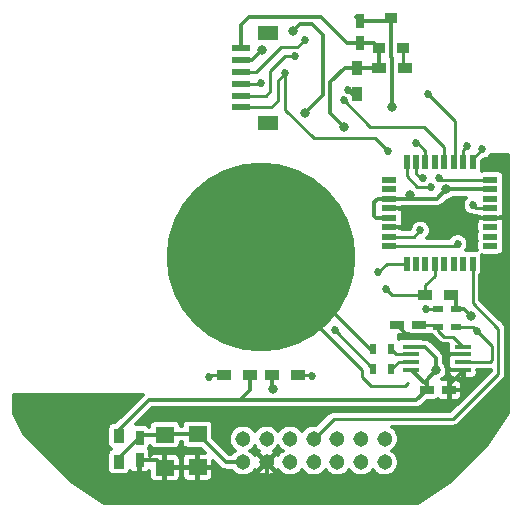
<source format=gbl>
G04 #@! TF.FileFunction,Copper,L2,Bot,Signal*
%FSLAX46Y46*%
G04 Gerber Fmt 4.6, Leading zero omitted, Abs format (unit mm)*
G04 Created by KiCad (PCBNEW 4.0.6) date 08/27/17 11:03:30*
%MOMM*%
%LPD*%
G01*
G04 APERTURE LIST*
%ADD10C,0.100000*%
%ADD11R,1.450000X0.450000*%
%ADD12R,1.270000X0.533400*%
%ADD13R,0.533400X1.270000*%
%ADD14R,1.200000X0.750000*%
%ADD15R,0.900000X1.200000*%
%ADD16C,16.000000*%
%ADD17R,0.998220X0.899160*%
%ADD18R,0.750000X1.200000*%
%ADD19R,1.597660X1.399540*%
%ADD20R,1.200000X0.900000*%
%ADD21R,1.549400X0.599440*%
%ADD22R,1.798320X1.198880*%
%ADD23R,0.500000X0.900000*%
%ADD24R,0.900000X0.500000*%
%ADD25C,1.305560*%
%ADD26C,0.812800*%
%ADD27C,0.685800*%
%ADD28C,0.304800*%
%ADD29C,0.254000*%
G04 APERTURE END LIST*
D10*
D11*
X161223600Y-114622600D03*
X161223600Y-113972600D03*
X161223600Y-113322600D03*
X161223600Y-112672600D03*
X165623600Y-112672600D03*
X165623600Y-113322600D03*
X165623600Y-113972600D03*
X165623600Y-114622600D03*
D12*
X159334200Y-104153080D03*
X159334200Y-103352980D03*
X159334200Y-102552880D03*
X159334200Y-101752780D03*
X159334200Y-100955220D03*
X159334200Y-100155120D03*
X159334200Y-99355020D03*
X159334200Y-98554920D03*
D13*
X160827720Y-97061400D03*
X161627820Y-97061400D03*
X162427920Y-97061400D03*
X163228020Y-97061400D03*
X164025580Y-97061400D03*
X164825680Y-97061400D03*
X165625780Y-97061400D03*
X166425880Y-97061400D03*
D12*
X167916860Y-98554920D03*
X167916860Y-99355020D03*
X167916860Y-100155120D03*
X167916860Y-100955220D03*
X167916860Y-101752780D03*
X167916860Y-102552880D03*
X167916860Y-103352980D03*
X167916860Y-104153080D03*
D13*
X166425880Y-105644060D03*
X165625780Y-105644060D03*
X164825680Y-105644060D03*
X164025580Y-105644060D03*
X163228020Y-105644060D03*
X162427920Y-105644060D03*
X161627820Y-105644060D03*
X160827720Y-105644060D03*
D14*
X161884400Y-110802800D03*
X159984400Y-110802800D03*
D15*
X136474200Y-120218400D03*
X136474200Y-122418400D03*
D16*
X148488400Y-105087800D03*
D15*
X156667200Y-91278000D03*
X156667200Y-89078000D03*
D17*
X160510220Y-87411940D03*
X158513780Y-87411940D03*
X159512000Y-84816060D03*
D18*
X156870400Y-85062400D03*
X156870400Y-86962400D03*
D19*
X143129000Y-120071260D03*
X143129000Y-122870340D03*
X140360400Y-120122060D03*
X140360400Y-122921140D03*
D20*
X162425200Y-108262800D03*
X164625200Y-108262800D03*
X158513600Y-89060400D03*
X160713600Y-89060400D03*
X147607200Y-115070000D03*
X145407200Y-115070000D03*
X151671200Y-115070000D03*
X149471200Y-115070000D03*
D21*
X146839940Y-87409400D03*
X146839940Y-88410160D03*
X146839940Y-89410920D03*
X146839940Y-90409140D03*
X146839940Y-91407360D03*
X146839940Y-92408120D03*
D22*
X149062440Y-86111460D03*
X149062440Y-93708600D03*
D18*
X138226800Y-120368400D03*
X138226800Y-122268400D03*
D14*
X164424400Y-116340000D03*
X162524400Y-116340000D03*
D23*
X159500000Y-114587400D03*
X158000000Y-114587400D03*
X159500000Y-112885600D03*
X158000000Y-112885600D03*
D24*
X163525200Y-109494000D03*
X163525200Y-110994000D03*
X165049200Y-109494000D03*
X165049200Y-110994000D03*
D25*
X146970000Y-120470000D03*
X146970000Y-122468980D03*
X148968980Y-120470000D03*
X148968980Y-122468980D03*
X150967960Y-120470000D03*
X150967960Y-122468980D03*
X152969480Y-120470000D03*
X152969480Y-122468980D03*
X154968460Y-120470000D03*
X154968460Y-122468980D03*
X156969980Y-120470000D03*
X156969980Y-122468980D03*
X158968960Y-120470000D03*
X158968960Y-122468980D03*
D26*
X159613600Y-92362400D03*
X149504400Y-116289200D03*
X148590000Y-87536400D03*
X151231600Y-85961600D03*
X152958800Y-118321200D03*
X166370000Y-101752780D03*
X161874200Y-101227000D03*
X138176000Y-124010800D03*
X139496800Y-118168800D03*
X152247600Y-92870400D03*
X155549600Y-94089600D03*
X166319200Y-110091600D03*
X163322000Y-114663600D03*
X164203380Y-99355020D03*
X161137600Y-99830000D03*
D27*
X159105600Y-107754800D03*
X148488400Y-90330400D03*
X161645600Y-95461200D03*
X162915600Y-99118800D03*
X162001200Y-102827200D03*
X162644000Y-91278000D03*
X155905200Y-90940000D03*
X151384000Y-88044400D03*
X165963600Y-95715200D03*
X167233600Y-95969200D03*
X152196800Y-86672800D03*
X163576000Y-98356800D03*
X159258000Y-96121600D03*
X150571200Y-89517600D03*
X158445200Y-106383200D03*
X166471600Y-100693600D03*
X144068800Y-115273200D03*
X152806400Y-115171600D03*
X166776400Y-111310800D03*
X165150800Y-103944800D03*
X155498800Y-91803600D03*
X162204400Y-98356800D03*
X162458400Y-109482000D03*
X154736800Y-111260000D03*
D28*
X165623600Y-113322600D02*
X164185600Y-113322600D01*
X159512000Y-88146000D02*
X159512000Y-84816060D01*
X159613600Y-88247600D02*
X159512000Y-88146000D01*
X159613600Y-92362400D02*
X159613600Y-88247600D01*
X156870400Y-85062400D02*
X159265660Y-85062400D01*
X159265660Y-85062400D02*
X159512000Y-84816060D01*
X159562800Y-84866860D02*
X159512000Y-84816060D01*
X159512000Y-84816060D02*
X159512000Y-84945600D01*
X159265660Y-85062400D02*
X159512000Y-84816060D01*
X165623600Y-114622600D02*
X164398600Y-114622600D01*
X160898800Y-111717200D02*
X159984400Y-110802800D01*
X162966400Y-111717200D02*
X160898800Y-111717200D01*
X164185600Y-112936400D02*
X162966400Y-111717200D01*
X164185600Y-114409600D02*
X164185600Y-113322600D01*
X164185600Y-113322600D02*
X164185600Y-112936400D01*
X164398600Y-114622600D02*
X164185600Y-114409600D01*
X149471200Y-115070000D02*
X149471200Y-116256000D01*
X149471200Y-116256000D02*
X149504400Y-116289200D01*
X146839940Y-88410160D02*
X147716240Y-88410160D01*
X147716240Y-88410160D02*
X148590000Y-87536400D01*
X151231600Y-85961600D02*
X151841198Y-85352002D01*
X151841198Y-85352002D02*
X152806402Y-85352002D01*
X159334200Y-102552880D02*
X160649920Y-102552880D01*
X160934400Y-102268400D02*
X160934400Y-100955220D01*
X160649920Y-102552880D02*
X160934400Y-102268400D01*
X152806400Y-117965600D02*
X152806400Y-118168800D01*
X152806400Y-118168800D02*
X152958800Y-118321200D01*
D29*
X164424400Y-116340000D02*
X164424400Y-117625200D01*
X164424400Y-117625200D02*
X164084000Y-117965600D01*
D28*
X167916860Y-101752780D02*
X166370000Y-101752780D01*
X166370000Y-101752780D02*
X162399980Y-101752780D01*
X162399980Y-101752780D02*
X161874200Y-101227000D01*
X161602420Y-100955220D02*
X160934400Y-100955220D01*
X160934400Y-100955220D02*
X159334200Y-100955220D01*
X161874200Y-101227000D02*
X161602420Y-100955220D01*
X138226800Y-122268400D02*
X138226800Y-123960000D01*
X138226800Y-123960000D02*
X138176000Y-124010800D01*
X139496800Y-118168800D02*
X139700000Y-117965600D01*
X139700000Y-117965600D02*
X152806400Y-117965600D01*
X152806400Y-117965600D02*
X164084000Y-117965600D01*
X143129000Y-122870340D02*
X144503140Y-122870340D01*
X148968980Y-123327020D02*
X148968980Y-122468980D01*
X148082000Y-124214000D02*
X148968980Y-123327020D01*
X145846800Y-124214000D02*
X148082000Y-124214000D01*
X144503140Y-122870340D02*
X145846800Y-124214000D01*
X140360400Y-122921140D02*
X143078200Y-122921140D01*
X143078200Y-122921140D02*
X143129000Y-122870340D01*
X138226800Y-122268400D02*
X139707660Y-122268400D01*
X139707660Y-122268400D02*
X140360400Y-122921140D01*
D29*
X164424400Y-116340000D02*
X164424400Y-115821800D01*
X164424400Y-115821800D02*
X165623600Y-114622600D01*
D28*
X156550400Y-84742400D02*
X156870400Y-85062400D01*
X152806402Y-85352002D02*
X153771600Y-86317200D01*
X153771600Y-86317200D02*
X153771600Y-91346400D01*
X153771600Y-91346400D02*
X152247600Y-92870400D01*
D29*
X162524400Y-116340000D02*
X162524400Y-115923400D01*
D28*
X162524400Y-115923400D02*
X161223600Y-114622600D01*
X161223600Y-112672600D02*
X162397800Y-112672600D01*
X162397800Y-112672600D02*
X163322000Y-113596800D01*
X163322000Y-113596800D02*
X163322000Y-114663600D01*
X156870400Y-86962400D02*
X158064240Y-86962400D01*
X158064240Y-86962400D02*
X158513780Y-87411940D01*
X147523200Y-84742400D02*
X153568400Y-84742400D01*
X155788400Y-86962400D02*
X156870400Y-86962400D01*
X153568400Y-84742400D02*
X155788400Y-86962400D01*
X146839940Y-85425660D02*
X147523200Y-84742400D01*
X156667200Y-89078000D02*
X155582800Y-89078000D01*
X154381200Y-92921200D02*
X155549600Y-94089600D01*
X154381200Y-90279600D02*
X154381200Y-92921200D01*
X155582800Y-89078000D02*
X154381200Y-90279600D01*
X165721600Y-109494000D02*
X165049200Y-109494000D01*
X166319200Y-110091600D02*
X165721600Y-109494000D01*
X162524400Y-115461200D02*
X162524400Y-116340000D01*
X163322000Y-114663600D02*
X162524400Y-115461200D01*
X165049200Y-109494000D02*
X165049200Y-108686800D01*
X165049200Y-108686800D02*
X164625200Y-108262800D01*
X146839940Y-87409400D02*
X146839940Y-85425660D01*
X158513600Y-89060400D02*
X156684800Y-89060400D01*
X156684800Y-89060400D02*
X156667200Y-89078000D01*
X158513780Y-87411940D02*
X158513780Y-89060220D01*
X158513780Y-89060220D02*
X158513600Y-89060400D01*
X159334200Y-100155120D02*
X163403280Y-100155120D01*
X164203380Y-99355020D02*
X167916860Y-99355020D01*
X163403280Y-100155120D02*
X164203380Y-99355020D01*
X159334200Y-100155120D02*
X160812480Y-100155120D01*
X160812480Y-100155120D02*
X161137600Y-99830000D01*
X159334200Y-101752780D02*
X158234380Y-101752780D01*
X158374080Y-100155120D02*
X159334200Y-100155120D01*
X158089600Y-100439600D02*
X158374080Y-100155120D01*
X158089600Y-101608000D02*
X158089600Y-100439600D01*
X158234380Y-101752780D02*
X158089600Y-101608000D01*
X147607200Y-115070000D02*
X147607200Y-116357600D01*
X147607200Y-116357600D02*
X146761200Y-117203600D01*
X136474200Y-120218400D02*
X136474200Y-119718200D01*
X136474200Y-119718200D02*
X138988800Y-117203600D01*
X161660800Y-117203600D02*
X162524400Y-116340000D01*
X146761200Y-117203600D02*
X161660800Y-117203600D01*
X138988800Y-117203600D02*
X146761200Y-117203600D01*
X136474200Y-120218400D02*
X136474200Y-119870600D01*
D29*
X162425200Y-108262800D02*
X162425200Y-107483200D01*
X163228020Y-106680380D02*
X163228020Y-105644060D01*
X162425200Y-107483200D02*
X163228020Y-106680380D01*
X162425200Y-108262800D02*
X159613600Y-108262800D01*
X159613600Y-108262800D02*
X159105600Y-107754800D01*
X146839940Y-90409140D02*
X148409660Y-90409140D01*
X148409660Y-90409140D02*
X148488400Y-90330400D01*
X161645600Y-95461200D02*
X161798000Y-95461200D01*
X162427920Y-96091120D02*
X162427920Y-97061400D01*
X161798000Y-95461200D02*
X162427920Y-96091120D01*
X160827720Y-98199320D02*
X161747200Y-99118800D01*
X161747200Y-99118800D02*
X162915600Y-99118800D01*
X160827720Y-97061400D02*
X160827720Y-98199320D01*
X159334200Y-103352980D02*
X161475420Y-103352980D01*
X161475420Y-103352980D02*
X162001200Y-102827200D01*
X164896800Y-96990280D02*
X164896800Y-93530800D01*
X162644000Y-91278000D02*
X164896800Y-93530800D01*
X164896800Y-96990280D02*
X164825680Y-97061400D01*
X155905200Y-90940000D02*
X156243200Y-91278000D01*
X156243200Y-91278000D02*
X156667200Y-91278000D01*
X165625780Y-96053020D02*
X165625780Y-97061400D01*
X146839940Y-91407360D02*
X148884640Y-91407360D01*
X150571200Y-88044400D02*
X151384000Y-88044400D01*
X149301200Y-89314400D02*
X150571200Y-88044400D01*
X149301200Y-90990800D02*
X149301200Y-89314400D01*
X148884640Y-91407360D02*
X149301200Y-90990800D01*
X165963600Y-95715200D02*
X165625780Y-96053020D01*
X166425880Y-96776920D02*
X167233600Y-95969200D01*
X166425880Y-96776920D02*
X166425880Y-97061400D01*
X146839940Y-89410920D02*
X148087080Y-89410920D01*
X151587200Y-87282400D02*
X152196800Y-86672800D01*
X150215600Y-87282400D02*
X151587200Y-87282400D01*
X148087080Y-89410920D02*
X150215600Y-87282400D01*
X163774120Y-98554920D02*
X163576000Y-98356800D01*
X167916860Y-98554920D02*
X163774120Y-98554920D01*
X150571200Y-92616400D02*
X150571200Y-89517600D01*
X152958800Y-95004000D02*
X150571200Y-92616400D01*
X158140400Y-95004000D02*
X152958800Y-95004000D01*
X159258000Y-96121600D02*
X158140400Y-95004000D01*
X146839940Y-92408120D02*
X149357080Y-92408120D01*
X149357080Y-92408120D02*
X149910800Y-91854400D01*
X149910800Y-91854400D02*
X149910800Y-90178000D01*
X149910800Y-90178000D02*
X150571200Y-89517600D01*
X160510220Y-87411940D02*
X160510220Y-88857020D01*
X160510220Y-88857020D02*
X160713600Y-89060400D01*
X159184340Y-105644060D02*
X160827720Y-105644060D01*
X158445200Y-106383200D02*
X159184340Y-105644060D01*
X166733220Y-100955220D02*
X167916860Y-100955220D01*
X166471600Y-100693600D02*
X166733220Y-100955220D01*
X145407200Y-115070000D02*
X144272000Y-115070000D01*
X144272000Y-115070000D02*
X144068800Y-115273200D01*
X152704800Y-115070000D02*
X151671200Y-115070000D01*
X152806400Y-115171600D02*
X152704800Y-115070000D01*
X159334200Y-104153080D02*
X164942520Y-104153080D01*
X165150800Y-103944800D02*
X164942520Y-104153080D01*
X165623600Y-113972600D02*
X167873800Y-113972600D01*
X168046400Y-112580800D02*
X166776400Y-111310800D01*
X168046400Y-113800000D02*
X168046400Y-112580800D01*
X167873800Y-113972600D02*
X168046400Y-113800000D01*
X166459600Y-110994000D02*
X165049200Y-110994000D01*
X166776400Y-111310800D02*
X166459600Y-110994000D01*
X164025580Y-97061400D02*
X164025580Y-95758380D01*
X162306000Y-94038800D02*
X158597600Y-94038800D01*
X164025580Y-95758380D02*
X162306000Y-94038800D01*
X157734000Y-94038800D02*
X158597600Y-94038800D01*
X158597600Y-94038800D02*
X158902400Y-94038800D01*
X155498800Y-91803600D02*
X157734000Y-94038800D01*
D28*
X138226800Y-120368400D02*
X138160800Y-120368400D01*
X138160800Y-120368400D02*
X136474200Y-122055000D01*
X136474200Y-122055000D02*
X136474200Y-122418400D01*
X140360400Y-120122060D02*
X138473140Y-120122060D01*
X138473140Y-120122060D02*
X138226800Y-120368400D01*
X143129000Y-120071260D02*
X140411200Y-120071260D01*
X140411200Y-120071260D02*
X140360400Y-120122060D01*
X146970000Y-122468980D02*
X145526720Y-122468980D01*
X145526720Y-122468980D02*
X143129000Y-120071260D01*
D29*
X163525200Y-110994000D02*
X163525200Y-111310800D01*
X164769800Y-111818800D02*
X165623600Y-112672600D01*
X164033200Y-111818800D02*
X164769800Y-111818800D01*
X163525200Y-111310800D02*
X164033200Y-111818800D01*
X161884400Y-110802800D02*
X163334000Y-110802800D01*
X163334000Y-110802800D02*
X163525200Y-110994000D01*
X166425880Y-105644060D02*
X166425880Y-108979080D01*
X154661080Y-118778400D02*
X152969480Y-120470000D01*
X164795200Y-118778400D02*
X154661080Y-118778400D01*
X168605200Y-114968400D02*
X164795200Y-118778400D01*
X168605200Y-111158400D02*
X168605200Y-114968400D01*
X166425880Y-108979080D02*
X168605200Y-111158400D01*
X161627820Y-97983420D02*
X162001200Y-98356800D01*
X162001200Y-98356800D02*
X162204400Y-98356800D01*
X161627820Y-97061400D02*
X161627820Y-97983420D01*
X162470400Y-109494000D02*
X163525200Y-109494000D01*
X162458400Y-109482000D02*
X162470400Y-109494000D01*
X159500000Y-114587400D02*
X159537400Y-114587400D01*
X159537400Y-114587400D02*
X160152200Y-113972600D01*
X160152200Y-113972600D02*
X161223600Y-113972600D01*
X161223600Y-113322600D02*
X159937000Y-113322600D01*
X159937000Y-113322600D02*
X159500000Y-112885600D01*
X158000000Y-114587400D02*
X158000000Y-114523200D01*
X158000000Y-114523200D02*
X154736800Y-111260000D01*
X148488400Y-105087800D02*
X148488400Y-106129200D01*
X148488400Y-106129200D02*
X157022800Y-114663600D01*
X160731200Y-116035200D02*
X160985200Y-115781200D01*
X157784800Y-116035200D02*
X160731200Y-116035200D01*
X157022800Y-115273200D02*
X157784800Y-116035200D01*
X157022800Y-114663600D02*
X157022800Y-115273200D01*
X158000000Y-112885600D02*
X157734000Y-112885600D01*
X157734000Y-112885600D02*
X149936200Y-105087800D01*
X149936200Y-105087800D02*
X148488400Y-105087800D01*
D28*
G36*
X169392700Y-118319391D02*
X167528299Y-121115993D01*
X164613493Y-124030799D01*
X161816892Y-125895200D01*
X135185309Y-125895200D01*
X132388707Y-124030799D01*
X128501117Y-120143209D01*
X127609500Y-118359975D01*
X127609500Y-116746400D01*
X138476132Y-116746400D01*
X136140112Y-119082420D01*
X136024200Y-119082420D01*
X135939258Y-119089194D01*
X135795188Y-119133810D01*
X135669251Y-119216796D01*
X135571419Y-119331583D01*
X135509440Y-119469080D01*
X135488220Y-119618400D01*
X135488220Y-120818400D01*
X135494994Y-120903342D01*
X135539610Y-121047412D01*
X135622596Y-121173349D01*
X135737383Y-121271181D01*
X135843281Y-121318916D01*
X135795188Y-121333810D01*
X135669251Y-121416796D01*
X135571419Y-121531583D01*
X135509440Y-121669080D01*
X135488220Y-121818400D01*
X135488220Y-123018400D01*
X135494994Y-123103342D01*
X135539610Y-123247412D01*
X135622596Y-123373349D01*
X135737383Y-123471181D01*
X135874880Y-123533160D01*
X136024200Y-123554380D01*
X136924200Y-123554380D01*
X137009142Y-123547606D01*
X137153212Y-123502990D01*
X137279149Y-123420004D01*
X137376981Y-123305217D01*
X137427408Y-123193347D01*
X137437481Y-123208422D01*
X137511777Y-123282719D01*
X137599140Y-123341093D01*
X137696213Y-123381302D01*
X137799264Y-123401800D01*
X138055350Y-123401800D01*
X138188700Y-123268450D01*
X138188700Y-122306500D01*
X138168700Y-122306500D01*
X138168700Y-122230300D01*
X138188700Y-122230300D01*
X138188700Y-122210300D01*
X138264900Y-122210300D01*
X138264900Y-122230300D01*
X138284900Y-122230300D01*
X138284900Y-122306500D01*
X138264900Y-122306500D01*
X138264900Y-123268450D01*
X138398250Y-123401800D01*
X138654336Y-123401800D01*
X138757387Y-123381302D01*
X138854460Y-123341093D01*
X138941823Y-123282719D01*
X139016119Y-123208422D01*
X139028170Y-123190386D01*
X139028170Y-123673446D01*
X139048668Y-123776497D01*
X139088877Y-123873570D01*
X139147251Y-123960933D01*
X139221548Y-124035229D01*
X139308911Y-124093603D01*
X139405983Y-124133812D01*
X139509035Y-124154310D01*
X140188950Y-124154310D01*
X140322300Y-124020960D01*
X140322300Y-122959240D01*
X140398500Y-122959240D01*
X140398500Y-124020960D01*
X140531850Y-124154310D01*
X141211765Y-124154310D01*
X141314817Y-124133812D01*
X141411889Y-124093603D01*
X141499252Y-124035229D01*
X141573549Y-123960933D01*
X141631923Y-123873570D01*
X141672132Y-123776497D01*
X141692630Y-123673446D01*
X141692630Y-123092590D01*
X141641830Y-123041790D01*
X141796770Y-123041790D01*
X141796770Y-123622646D01*
X141817268Y-123725697D01*
X141857477Y-123822770D01*
X141915851Y-123910133D01*
X141990148Y-123984429D01*
X142077511Y-124042803D01*
X142174583Y-124083012D01*
X142277635Y-124103510D01*
X142957550Y-124103510D01*
X143090900Y-123970160D01*
X143090900Y-122908440D01*
X143167100Y-122908440D01*
X143167100Y-123970160D01*
X143300450Y-124103510D01*
X143980365Y-124103510D01*
X144083417Y-124083012D01*
X144180489Y-124042803D01*
X144267852Y-123984429D01*
X144342149Y-123910133D01*
X144400523Y-123822770D01*
X144440732Y-123725697D01*
X144461230Y-123622646D01*
X144461230Y-123041790D01*
X144327880Y-122908440D01*
X143167100Y-122908440D01*
X143090900Y-122908440D01*
X141930120Y-122908440D01*
X141796770Y-123041790D01*
X141641830Y-123041790D01*
X141559280Y-122959240D01*
X140398500Y-122959240D01*
X140322300Y-122959240D01*
X140302300Y-122959240D01*
X140302300Y-122883040D01*
X140322300Y-122883040D01*
X140322300Y-121821320D01*
X140398500Y-121821320D01*
X140398500Y-122883040D01*
X141559280Y-122883040D01*
X141692630Y-122749690D01*
X141692630Y-122168834D01*
X141682526Y-122118034D01*
X141796770Y-122118034D01*
X141796770Y-122698890D01*
X141930120Y-122832240D01*
X143090900Y-122832240D01*
X143090900Y-121770520D01*
X142957550Y-121637170D01*
X142277635Y-121637170D01*
X142174583Y-121657668D01*
X142077511Y-121697877D01*
X141990148Y-121756251D01*
X141915851Y-121830547D01*
X141857477Y-121917910D01*
X141817268Y-122014983D01*
X141796770Y-122118034D01*
X141682526Y-122118034D01*
X141672132Y-122065783D01*
X141631923Y-121968710D01*
X141573549Y-121881347D01*
X141499252Y-121807051D01*
X141411889Y-121748677D01*
X141314817Y-121708468D01*
X141211765Y-121687970D01*
X140531850Y-121687970D01*
X140398500Y-121821320D01*
X140322300Y-121821320D01*
X140188950Y-121687970D01*
X139509035Y-121687970D01*
X139405983Y-121708468D01*
X139308911Y-121748677D01*
X139221548Y-121807051D01*
X139147251Y-121881347D01*
X139135200Y-121899383D01*
X139135200Y-121615865D01*
X139114702Y-121512813D01*
X139074493Y-121415741D01*
X139016119Y-121328378D01*
X139003220Y-121315479D01*
X139054581Y-121255217D01*
X139116560Y-121117720D01*
X139117356Y-121112116D01*
X139159966Y-121176779D01*
X139274753Y-121274611D01*
X139412250Y-121336590D01*
X139561570Y-121357810D01*
X141159230Y-121357810D01*
X141244172Y-121351036D01*
X141388242Y-121306420D01*
X141514179Y-121223434D01*
X141612011Y-121108647D01*
X141673990Y-120971150D01*
X141695210Y-120821830D01*
X141695210Y-120757060D01*
X141794190Y-120757060D01*
X141794190Y-120771030D01*
X141800964Y-120855972D01*
X141845580Y-121000042D01*
X141928566Y-121125979D01*
X142043353Y-121223811D01*
X142180850Y-121285790D01*
X142330170Y-121307010D01*
X143394882Y-121307010D01*
X143725042Y-121637170D01*
X143300450Y-121637170D01*
X143167100Y-121770520D01*
X143167100Y-122832240D01*
X144327880Y-122832240D01*
X144461230Y-122698890D01*
X144461230Y-122373358D01*
X145041786Y-122953914D01*
X145090769Y-122994149D01*
X145139266Y-123034843D01*
X145142425Y-123036580D01*
X145145212Y-123038869D01*
X145201076Y-123068823D01*
X145256555Y-123099323D01*
X145259989Y-123100412D01*
X145263170Y-123102118D01*
X145323756Y-123120641D01*
X145384134Y-123139794D01*
X145387720Y-123140196D01*
X145391167Y-123141250D01*
X145454190Y-123147652D01*
X145517145Y-123154713D01*
X145524191Y-123154762D01*
X145524326Y-123154776D01*
X145524452Y-123154764D01*
X145526720Y-123154780D01*
X146000741Y-123154780D01*
X146035901Y-123209338D01*
X146197494Y-123376672D01*
X146388511Y-123509432D01*
X146601677Y-123602562D01*
X146828872Y-123652514D01*
X147061443Y-123657386D01*
X147290531Y-123616992D01*
X147507410Y-123532870D01*
X147703819Y-123408225D01*
X147872277Y-123247804D01*
X147874990Y-123243957D01*
X148247885Y-123243957D01*
X148299569Y-123455165D01*
X148504827Y-123566811D01*
X148727922Y-123636269D01*
X148960280Y-123660869D01*
X149192974Y-123639664D01*
X149417059Y-123573470D01*
X149623924Y-123464832D01*
X149638391Y-123455165D01*
X149690075Y-123243957D01*
X148968980Y-122522862D01*
X148247885Y-123243957D01*
X147874990Y-123243957D01*
X147967383Y-123112984D01*
X147973128Y-123123924D01*
X147982795Y-123138391D01*
X148194003Y-123190075D01*
X148915098Y-122468980D01*
X148194003Y-121747885D01*
X147982795Y-121799569D01*
X147967774Y-121827185D01*
X147893671Y-121715652D01*
X147729758Y-121550591D01*
X147609214Y-121469283D01*
X147703819Y-121409245D01*
X147872277Y-121248824D01*
X147970206Y-121110002D01*
X148034881Y-121210358D01*
X148196474Y-121377692D01*
X148325287Y-121467219D01*
X148314036Y-121473128D01*
X148299569Y-121482795D01*
X148247885Y-121694003D01*
X148968980Y-122415098D01*
X149690075Y-121694003D01*
X149638391Y-121482795D01*
X149610666Y-121467714D01*
X149702799Y-121409245D01*
X149871257Y-121248824D01*
X149969186Y-121110002D01*
X150033861Y-121210358D01*
X150195454Y-121377692D01*
X150328226Y-121469971D01*
X150221099Y-121540072D01*
X150054897Y-121702829D01*
X149970874Y-121825541D01*
X149964832Y-121814036D01*
X149955165Y-121799569D01*
X149743957Y-121747885D01*
X149022862Y-122468980D01*
X149743957Y-123190075D01*
X149955165Y-123138391D01*
X149970257Y-123110644D01*
X150033861Y-123209338D01*
X150195454Y-123376672D01*
X150386471Y-123509432D01*
X150599637Y-123602562D01*
X150826832Y-123652514D01*
X151059403Y-123657386D01*
X151288491Y-123616992D01*
X151505370Y-123532870D01*
X151701779Y-123408225D01*
X151870237Y-123247804D01*
X151969493Y-123107100D01*
X152035381Y-123209338D01*
X152196974Y-123376672D01*
X152387991Y-123509432D01*
X152601157Y-123602562D01*
X152828352Y-123652514D01*
X153060923Y-123657386D01*
X153290011Y-123616992D01*
X153506890Y-123532870D01*
X153703299Y-123408225D01*
X153871757Y-123247804D01*
X153969686Y-123108982D01*
X154034361Y-123209338D01*
X154195954Y-123376672D01*
X154386971Y-123509432D01*
X154600137Y-123602562D01*
X154827332Y-123652514D01*
X155059903Y-123657386D01*
X155288991Y-123616992D01*
X155505870Y-123532870D01*
X155702279Y-123408225D01*
X155870737Y-123247804D01*
X155969993Y-123107100D01*
X156035881Y-123209338D01*
X156197474Y-123376672D01*
X156388491Y-123509432D01*
X156601657Y-123602562D01*
X156828852Y-123652514D01*
X157061423Y-123657386D01*
X157290511Y-123616992D01*
X157507390Y-123532870D01*
X157703799Y-123408225D01*
X157872257Y-123247804D01*
X157970186Y-123108982D01*
X158034861Y-123209338D01*
X158196454Y-123376672D01*
X158387471Y-123509432D01*
X158600637Y-123602562D01*
X158827832Y-123652514D01*
X159060403Y-123657386D01*
X159289491Y-123616992D01*
X159506370Y-123532870D01*
X159702779Y-123408225D01*
X159871237Y-123247804D01*
X160005328Y-123057719D01*
X160099943Y-122845208D01*
X160151480Y-122618367D01*
X160155190Y-122352669D01*
X160110007Y-122124478D01*
X160021362Y-121909408D01*
X159892631Y-121715652D01*
X159728718Y-121550591D01*
X159608174Y-121469283D01*
X159702779Y-121409245D01*
X159871237Y-121248824D01*
X160005328Y-121058739D01*
X160099943Y-120846228D01*
X160151480Y-120619387D01*
X160155190Y-120353689D01*
X160110007Y-120125498D01*
X160021362Y-119910428D01*
X159892631Y-119716672D01*
X159728718Y-119551611D01*
X159561470Y-119438800D01*
X164795200Y-119438800D01*
X164855934Y-119432845D01*
X164916682Y-119427530D01*
X164920014Y-119426562D01*
X164923472Y-119426223D01*
X164981876Y-119408590D01*
X165040452Y-119391572D01*
X165043537Y-119389973D01*
X165046859Y-119388970D01*
X165100696Y-119360345D01*
X165154880Y-119332258D01*
X165157595Y-119330091D01*
X165160660Y-119328461D01*
X165207918Y-119289918D01*
X165255608Y-119251848D01*
X165260438Y-119247084D01*
X165260540Y-119247001D01*
X165260618Y-119246907D01*
X165262173Y-119245373D01*
X169072174Y-115435373D01*
X169110899Y-115388228D01*
X169150105Y-115341504D01*
X169151777Y-115338462D01*
X169153982Y-115335778D01*
X169182807Y-115282020D01*
X169212197Y-115228559D01*
X169213247Y-115225248D01*
X169214888Y-115222188D01*
X169232711Y-115163891D01*
X169251169Y-115105705D01*
X169251557Y-115102250D01*
X169252571Y-115098932D01*
X169258732Y-115038283D01*
X169265536Y-114977621D01*
X169265583Y-114970833D01*
X169265596Y-114970706D01*
X169265585Y-114970588D01*
X169265600Y-114968400D01*
X169265600Y-111158400D01*
X169259645Y-111097666D01*
X169254330Y-111036918D01*
X169253362Y-111033586D01*
X169253023Y-111030128D01*
X169235385Y-110971710D01*
X169218372Y-110913149D01*
X169216774Y-110910066D01*
X169215770Y-110906741D01*
X169187135Y-110852886D01*
X169159058Y-110798720D01*
X169156891Y-110796005D01*
X169155261Y-110792940D01*
X169116718Y-110745682D01*
X169078648Y-110697992D01*
X169073884Y-110693162D01*
X169073801Y-110693060D01*
X169073707Y-110692982D01*
X169072173Y-110691427D01*
X167086280Y-108705534D01*
X167086280Y-106635197D01*
X167145361Y-106565877D01*
X167207340Y-106428380D01*
X167228560Y-106279060D01*
X167228560Y-105009060D01*
X167223650Y-104947488D01*
X167281860Y-104955760D01*
X168551860Y-104955760D01*
X168636802Y-104948986D01*
X168780872Y-104904370D01*
X168906809Y-104821384D01*
X169004641Y-104706597D01*
X169066620Y-104569100D01*
X169087840Y-104419780D01*
X169087840Y-103886380D01*
X169081066Y-103801438D01*
X169068004Y-103759260D01*
X169087840Y-103619680D01*
X169087840Y-103086280D01*
X169081066Y-103001338D01*
X169068004Y-102959160D01*
X169087840Y-102819580D01*
X169087840Y-102286180D01*
X169081066Y-102201238D01*
X169067969Y-102158946D01*
X169085260Y-102072016D01*
X169085260Y-101924230D01*
X168951910Y-101790880D01*
X168744351Y-101790880D01*
X168701180Y-101771420D01*
X168586567Y-101755132D01*
X168636802Y-101751126D01*
X168754490Y-101714680D01*
X168951910Y-101714680D01*
X169085260Y-101581330D01*
X169085260Y-101433544D01*
X169069223Y-101352921D01*
X169087840Y-101221920D01*
X169087840Y-100688520D01*
X169081066Y-100603578D01*
X169068004Y-100561400D01*
X169087840Y-100421820D01*
X169087840Y-99888420D01*
X169081066Y-99803478D01*
X169068004Y-99761300D01*
X169087840Y-99621720D01*
X169087840Y-99088320D01*
X169081066Y-99003378D01*
X169068004Y-98961200D01*
X169087840Y-98821620D01*
X169087840Y-98288220D01*
X169081066Y-98203278D01*
X169036450Y-98059208D01*
X168953464Y-97933271D01*
X168838677Y-97835439D01*
X168701180Y-97773460D01*
X168551860Y-97752240D01*
X167281860Y-97752240D01*
X167219923Y-97757179D01*
X167228560Y-97696400D01*
X167228560Y-96908186D01*
X167289839Y-96846908D01*
X167301154Y-96847145D01*
X167470395Y-96817303D01*
X167630616Y-96755158D01*
X167775715Y-96663075D01*
X167900164Y-96544563D01*
X167983519Y-96426400D01*
X169392700Y-96426400D01*
X169392700Y-118319391D01*
X169392700Y-118319391D01*
G37*
X169392700Y-118319391D02*
X167528299Y-121115993D01*
X164613493Y-124030799D01*
X161816892Y-125895200D01*
X135185309Y-125895200D01*
X132388707Y-124030799D01*
X128501117Y-120143209D01*
X127609500Y-118359975D01*
X127609500Y-116746400D01*
X138476132Y-116746400D01*
X136140112Y-119082420D01*
X136024200Y-119082420D01*
X135939258Y-119089194D01*
X135795188Y-119133810D01*
X135669251Y-119216796D01*
X135571419Y-119331583D01*
X135509440Y-119469080D01*
X135488220Y-119618400D01*
X135488220Y-120818400D01*
X135494994Y-120903342D01*
X135539610Y-121047412D01*
X135622596Y-121173349D01*
X135737383Y-121271181D01*
X135843281Y-121318916D01*
X135795188Y-121333810D01*
X135669251Y-121416796D01*
X135571419Y-121531583D01*
X135509440Y-121669080D01*
X135488220Y-121818400D01*
X135488220Y-123018400D01*
X135494994Y-123103342D01*
X135539610Y-123247412D01*
X135622596Y-123373349D01*
X135737383Y-123471181D01*
X135874880Y-123533160D01*
X136024200Y-123554380D01*
X136924200Y-123554380D01*
X137009142Y-123547606D01*
X137153212Y-123502990D01*
X137279149Y-123420004D01*
X137376981Y-123305217D01*
X137427408Y-123193347D01*
X137437481Y-123208422D01*
X137511777Y-123282719D01*
X137599140Y-123341093D01*
X137696213Y-123381302D01*
X137799264Y-123401800D01*
X138055350Y-123401800D01*
X138188700Y-123268450D01*
X138188700Y-122306500D01*
X138168700Y-122306500D01*
X138168700Y-122230300D01*
X138188700Y-122230300D01*
X138188700Y-122210300D01*
X138264900Y-122210300D01*
X138264900Y-122230300D01*
X138284900Y-122230300D01*
X138284900Y-122306500D01*
X138264900Y-122306500D01*
X138264900Y-123268450D01*
X138398250Y-123401800D01*
X138654336Y-123401800D01*
X138757387Y-123381302D01*
X138854460Y-123341093D01*
X138941823Y-123282719D01*
X139016119Y-123208422D01*
X139028170Y-123190386D01*
X139028170Y-123673446D01*
X139048668Y-123776497D01*
X139088877Y-123873570D01*
X139147251Y-123960933D01*
X139221548Y-124035229D01*
X139308911Y-124093603D01*
X139405983Y-124133812D01*
X139509035Y-124154310D01*
X140188950Y-124154310D01*
X140322300Y-124020960D01*
X140322300Y-122959240D01*
X140398500Y-122959240D01*
X140398500Y-124020960D01*
X140531850Y-124154310D01*
X141211765Y-124154310D01*
X141314817Y-124133812D01*
X141411889Y-124093603D01*
X141499252Y-124035229D01*
X141573549Y-123960933D01*
X141631923Y-123873570D01*
X141672132Y-123776497D01*
X141692630Y-123673446D01*
X141692630Y-123092590D01*
X141641830Y-123041790D01*
X141796770Y-123041790D01*
X141796770Y-123622646D01*
X141817268Y-123725697D01*
X141857477Y-123822770D01*
X141915851Y-123910133D01*
X141990148Y-123984429D01*
X142077511Y-124042803D01*
X142174583Y-124083012D01*
X142277635Y-124103510D01*
X142957550Y-124103510D01*
X143090900Y-123970160D01*
X143090900Y-122908440D01*
X143167100Y-122908440D01*
X143167100Y-123970160D01*
X143300450Y-124103510D01*
X143980365Y-124103510D01*
X144083417Y-124083012D01*
X144180489Y-124042803D01*
X144267852Y-123984429D01*
X144342149Y-123910133D01*
X144400523Y-123822770D01*
X144440732Y-123725697D01*
X144461230Y-123622646D01*
X144461230Y-123041790D01*
X144327880Y-122908440D01*
X143167100Y-122908440D01*
X143090900Y-122908440D01*
X141930120Y-122908440D01*
X141796770Y-123041790D01*
X141641830Y-123041790D01*
X141559280Y-122959240D01*
X140398500Y-122959240D01*
X140322300Y-122959240D01*
X140302300Y-122959240D01*
X140302300Y-122883040D01*
X140322300Y-122883040D01*
X140322300Y-121821320D01*
X140398500Y-121821320D01*
X140398500Y-122883040D01*
X141559280Y-122883040D01*
X141692630Y-122749690D01*
X141692630Y-122168834D01*
X141682526Y-122118034D01*
X141796770Y-122118034D01*
X141796770Y-122698890D01*
X141930120Y-122832240D01*
X143090900Y-122832240D01*
X143090900Y-121770520D01*
X142957550Y-121637170D01*
X142277635Y-121637170D01*
X142174583Y-121657668D01*
X142077511Y-121697877D01*
X141990148Y-121756251D01*
X141915851Y-121830547D01*
X141857477Y-121917910D01*
X141817268Y-122014983D01*
X141796770Y-122118034D01*
X141682526Y-122118034D01*
X141672132Y-122065783D01*
X141631923Y-121968710D01*
X141573549Y-121881347D01*
X141499252Y-121807051D01*
X141411889Y-121748677D01*
X141314817Y-121708468D01*
X141211765Y-121687970D01*
X140531850Y-121687970D01*
X140398500Y-121821320D01*
X140322300Y-121821320D01*
X140188950Y-121687970D01*
X139509035Y-121687970D01*
X139405983Y-121708468D01*
X139308911Y-121748677D01*
X139221548Y-121807051D01*
X139147251Y-121881347D01*
X139135200Y-121899383D01*
X139135200Y-121615865D01*
X139114702Y-121512813D01*
X139074493Y-121415741D01*
X139016119Y-121328378D01*
X139003220Y-121315479D01*
X139054581Y-121255217D01*
X139116560Y-121117720D01*
X139117356Y-121112116D01*
X139159966Y-121176779D01*
X139274753Y-121274611D01*
X139412250Y-121336590D01*
X139561570Y-121357810D01*
X141159230Y-121357810D01*
X141244172Y-121351036D01*
X141388242Y-121306420D01*
X141514179Y-121223434D01*
X141612011Y-121108647D01*
X141673990Y-120971150D01*
X141695210Y-120821830D01*
X141695210Y-120757060D01*
X141794190Y-120757060D01*
X141794190Y-120771030D01*
X141800964Y-120855972D01*
X141845580Y-121000042D01*
X141928566Y-121125979D01*
X142043353Y-121223811D01*
X142180850Y-121285790D01*
X142330170Y-121307010D01*
X143394882Y-121307010D01*
X143725042Y-121637170D01*
X143300450Y-121637170D01*
X143167100Y-121770520D01*
X143167100Y-122832240D01*
X144327880Y-122832240D01*
X144461230Y-122698890D01*
X144461230Y-122373358D01*
X145041786Y-122953914D01*
X145090769Y-122994149D01*
X145139266Y-123034843D01*
X145142425Y-123036580D01*
X145145212Y-123038869D01*
X145201076Y-123068823D01*
X145256555Y-123099323D01*
X145259989Y-123100412D01*
X145263170Y-123102118D01*
X145323756Y-123120641D01*
X145384134Y-123139794D01*
X145387720Y-123140196D01*
X145391167Y-123141250D01*
X145454190Y-123147652D01*
X145517145Y-123154713D01*
X145524191Y-123154762D01*
X145524326Y-123154776D01*
X145524452Y-123154764D01*
X145526720Y-123154780D01*
X146000741Y-123154780D01*
X146035901Y-123209338D01*
X146197494Y-123376672D01*
X146388511Y-123509432D01*
X146601677Y-123602562D01*
X146828872Y-123652514D01*
X147061443Y-123657386D01*
X147290531Y-123616992D01*
X147507410Y-123532870D01*
X147703819Y-123408225D01*
X147872277Y-123247804D01*
X147874990Y-123243957D01*
X148247885Y-123243957D01*
X148299569Y-123455165D01*
X148504827Y-123566811D01*
X148727922Y-123636269D01*
X148960280Y-123660869D01*
X149192974Y-123639664D01*
X149417059Y-123573470D01*
X149623924Y-123464832D01*
X149638391Y-123455165D01*
X149690075Y-123243957D01*
X148968980Y-122522862D01*
X148247885Y-123243957D01*
X147874990Y-123243957D01*
X147967383Y-123112984D01*
X147973128Y-123123924D01*
X147982795Y-123138391D01*
X148194003Y-123190075D01*
X148915098Y-122468980D01*
X148194003Y-121747885D01*
X147982795Y-121799569D01*
X147967774Y-121827185D01*
X147893671Y-121715652D01*
X147729758Y-121550591D01*
X147609214Y-121469283D01*
X147703819Y-121409245D01*
X147872277Y-121248824D01*
X147970206Y-121110002D01*
X148034881Y-121210358D01*
X148196474Y-121377692D01*
X148325287Y-121467219D01*
X148314036Y-121473128D01*
X148299569Y-121482795D01*
X148247885Y-121694003D01*
X148968980Y-122415098D01*
X149690075Y-121694003D01*
X149638391Y-121482795D01*
X149610666Y-121467714D01*
X149702799Y-121409245D01*
X149871257Y-121248824D01*
X149969186Y-121110002D01*
X150033861Y-121210358D01*
X150195454Y-121377692D01*
X150328226Y-121469971D01*
X150221099Y-121540072D01*
X150054897Y-121702829D01*
X149970874Y-121825541D01*
X149964832Y-121814036D01*
X149955165Y-121799569D01*
X149743957Y-121747885D01*
X149022862Y-122468980D01*
X149743957Y-123190075D01*
X149955165Y-123138391D01*
X149970257Y-123110644D01*
X150033861Y-123209338D01*
X150195454Y-123376672D01*
X150386471Y-123509432D01*
X150599637Y-123602562D01*
X150826832Y-123652514D01*
X151059403Y-123657386D01*
X151288491Y-123616992D01*
X151505370Y-123532870D01*
X151701779Y-123408225D01*
X151870237Y-123247804D01*
X151969493Y-123107100D01*
X152035381Y-123209338D01*
X152196974Y-123376672D01*
X152387991Y-123509432D01*
X152601157Y-123602562D01*
X152828352Y-123652514D01*
X153060923Y-123657386D01*
X153290011Y-123616992D01*
X153506890Y-123532870D01*
X153703299Y-123408225D01*
X153871757Y-123247804D01*
X153969686Y-123108982D01*
X154034361Y-123209338D01*
X154195954Y-123376672D01*
X154386971Y-123509432D01*
X154600137Y-123602562D01*
X154827332Y-123652514D01*
X155059903Y-123657386D01*
X155288991Y-123616992D01*
X155505870Y-123532870D01*
X155702279Y-123408225D01*
X155870737Y-123247804D01*
X155969993Y-123107100D01*
X156035881Y-123209338D01*
X156197474Y-123376672D01*
X156388491Y-123509432D01*
X156601657Y-123602562D01*
X156828852Y-123652514D01*
X157061423Y-123657386D01*
X157290511Y-123616992D01*
X157507390Y-123532870D01*
X157703799Y-123408225D01*
X157872257Y-123247804D01*
X157970186Y-123108982D01*
X158034861Y-123209338D01*
X158196454Y-123376672D01*
X158387471Y-123509432D01*
X158600637Y-123602562D01*
X158827832Y-123652514D01*
X159060403Y-123657386D01*
X159289491Y-123616992D01*
X159506370Y-123532870D01*
X159702779Y-123408225D01*
X159871237Y-123247804D01*
X160005328Y-123057719D01*
X160099943Y-122845208D01*
X160151480Y-122618367D01*
X160155190Y-122352669D01*
X160110007Y-122124478D01*
X160021362Y-121909408D01*
X159892631Y-121715652D01*
X159728718Y-121550591D01*
X159608174Y-121469283D01*
X159702779Y-121409245D01*
X159871237Y-121248824D01*
X160005328Y-121058739D01*
X160099943Y-120846228D01*
X160151480Y-120619387D01*
X160155190Y-120353689D01*
X160110007Y-120125498D01*
X160021362Y-119910428D01*
X159892631Y-119716672D01*
X159728718Y-119551611D01*
X159561470Y-119438800D01*
X164795200Y-119438800D01*
X164855934Y-119432845D01*
X164916682Y-119427530D01*
X164920014Y-119426562D01*
X164923472Y-119426223D01*
X164981876Y-119408590D01*
X165040452Y-119391572D01*
X165043537Y-119389973D01*
X165046859Y-119388970D01*
X165100696Y-119360345D01*
X165154880Y-119332258D01*
X165157595Y-119330091D01*
X165160660Y-119328461D01*
X165207918Y-119289918D01*
X165255608Y-119251848D01*
X165260438Y-119247084D01*
X165260540Y-119247001D01*
X165260618Y-119246907D01*
X165262173Y-119245373D01*
X169072174Y-115435373D01*
X169110899Y-115388228D01*
X169150105Y-115341504D01*
X169151777Y-115338462D01*
X169153982Y-115335778D01*
X169182807Y-115282020D01*
X169212197Y-115228559D01*
X169213247Y-115225248D01*
X169214888Y-115222188D01*
X169232711Y-115163891D01*
X169251169Y-115105705D01*
X169251557Y-115102250D01*
X169252571Y-115098932D01*
X169258732Y-115038283D01*
X169265536Y-114977621D01*
X169265583Y-114970833D01*
X169265596Y-114970706D01*
X169265585Y-114970588D01*
X169265600Y-114968400D01*
X169265600Y-111158400D01*
X169259645Y-111097666D01*
X169254330Y-111036918D01*
X169253362Y-111033586D01*
X169253023Y-111030128D01*
X169235385Y-110971710D01*
X169218372Y-110913149D01*
X169216774Y-110910066D01*
X169215770Y-110906741D01*
X169187135Y-110852886D01*
X169159058Y-110798720D01*
X169156891Y-110796005D01*
X169155261Y-110792940D01*
X169116718Y-110745682D01*
X169078648Y-110697992D01*
X169073884Y-110693162D01*
X169073801Y-110693060D01*
X169073707Y-110692982D01*
X169072173Y-110691427D01*
X167086280Y-108705534D01*
X167086280Y-106635197D01*
X167145361Y-106565877D01*
X167207340Y-106428380D01*
X167228560Y-106279060D01*
X167228560Y-105009060D01*
X167223650Y-104947488D01*
X167281860Y-104955760D01*
X168551860Y-104955760D01*
X168636802Y-104948986D01*
X168780872Y-104904370D01*
X168906809Y-104821384D01*
X169004641Y-104706597D01*
X169066620Y-104569100D01*
X169087840Y-104419780D01*
X169087840Y-103886380D01*
X169081066Y-103801438D01*
X169068004Y-103759260D01*
X169087840Y-103619680D01*
X169087840Y-103086280D01*
X169081066Y-103001338D01*
X169068004Y-102959160D01*
X169087840Y-102819580D01*
X169087840Y-102286180D01*
X169081066Y-102201238D01*
X169067969Y-102158946D01*
X169085260Y-102072016D01*
X169085260Y-101924230D01*
X168951910Y-101790880D01*
X168744351Y-101790880D01*
X168701180Y-101771420D01*
X168586567Y-101755132D01*
X168636802Y-101751126D01*
X168754490Y-101714680D01*
X168951910Y-101714680D01*
X169085260Y-101581330D01*
X169085260Y-101433544D01*
X169069223Y-101352921D01*
X169087840Y-101221920D01*
X169087840Y-100688520D01*
X169081066Y-100603578D01*
X169068004Y-100561400D01*
X169087840Y-100421820D01*
X169087840Y-99888420D01*
X169081066Y-99803478D01*
X169068004Y-99761300D01*
X169087840Y-99621720D01*
X169087840Y-99088320D01*
X169081066Y-99003378D01*
X169068004Y-98961200D01*
X169087840Y-98821620D01*
X169087840Y-98288220D01*
X169081066Y-98203278D01*
X169036450Y-98059208D01*
X168953464Y-97933271D01*
X168838677Y-97835439D01*
X168701180Y-97773460D01*
X168551860Y-97752240D01*
X167281860Y-97752240D01*
X167219923Y-97757179D01*
X167228560Y-97696400D01*
X167228560Y-96908186D01*
X167289839Y-96846908D01*
X167301154Y-96847145D01*
X167470395Y-96817303D01*
X167630616Y-96755158D01*
X167775715Y-96663075D01*
X167900164Y-96544563D01*
X167983519Y-96426400D01*
X169392700Y-96426400D01*
X169392700Y-118319391D01*
G36*
X160997583Y-111630581D02*
X161135080Y-111692560D01*
X161284400Y-111713780D01*
X162484400Y-111713780D01*
X162569342Y-111707006D01*
X162713412Y-111662390D01*
X162732936Y-111649524D01*
X162788383Y-111696781D01*
X162925880Y-111758760D01*
X163057992Y-111777535D01*
X163058227Y-111777773D01*
X163566226Y-112285773D01*
X163613366Y-112324495D01*
X163660096Y-112363705D01*
X163663138Y-112365377D01*
X163665822Y-112367582D01*
X163719599Y-112396417D01*
X163773041Y-112425797D01*
X163776350Y-112426847D01*
X163779411Y-112428488D01*
X163837735Y-112446320D01*
X163895895Y-112464769D01*
X163899348Y-112465156D01*
X163902667Y-112466171D01*
X163963322Y-112472332D01*
X164023979Y-112479136D01*
X164030767Y-112479183D01*
X164030894Y-112479196D01*
X164031012Y-112479185D01*
X164033200Y-112479200D01*
X164362620Y-112479200D01*
X164362620Y-112897600D01*
X164369394Y-112982542D01*
X164374413Y-112998748D01*
X164365200Y-113045064D01*
X164365200Y-113151150D01*
X164498550Y-113284500D01*
X164534484Y-113284500D01*
X164579174Y-113322588D01*
X164543651Y-113345996D01*
X164531119Y-113360700D01*
X164498550Y-113360700D01*
X164365200Y-113494050D01*
X164365200Y-113600136D01*
X164375918Y-113654022D01*
X164362620Y-113747600D01*
X164362620Y-114197600D01*
X164369394Y-114282542D01*
X164374413Y-114298748D01*
X164365200Y-114345064D01*
X164365200Y-114451150D01*
X164498550Y-114584500D01*
X164534484Y-114584500D01*
X164611783Y-114650381D01*
X164634675Y-114660700D01*
X164498550Y-114660700D01*
X164365200Y-114794050D01*
X164365200Y-114900136D01*
X164385698Y-115003187D01*
X164425907Y-115100260D01*
X164484281Y-115187623D01*
X164558578Y-115261919D01*
X164645941Y-115320293D01*
X164743013Y-115360502D01*
X164846065Y-115381000D01*
X165452150Y-115381000D01*
X165585500Y-115247650D01*
X165585500Y-114733580D01*
X165661700Y-114733580D01*
X165661700Y-115247650D01*
X165795050Y-115381000D01*
X166401135Y-115381000D01*
X166504187Y-115360502D01*
X166601259Y-115320293D01*
X166688622Y-115261919D01*
X166762919Y-115187623D01*
X166821293Y-115100260D01*
X166861502Y-115003187D01*
X166882000Y-114900136D01*
X166882000Y-114794050D01*
X166748652Y-114660702D01*
X166882000Y-114660702D01*
X166882000Y-114633000D01*
X167873800Y-114633000D01*
X167934534Y-114627045D01*
X167944800Y-114626147D01*
X167944800Y-114694853D01*
X164521654Y-118118000D01*
X154661080Y-118118000D01*
X154600391Y-118123951D01*
X154539599Y-118129269D01*
X154536263Y-118130238D01*
X154532808Y-118130577D01*
X154474420Y-118148206D01*
X154415829Y-118165228D01*
X154412746Y-118166826D01*
X154409421Y-118167830D01*
X154355605Y-118196444D01*
X154301400Y-118224541D01*
X154298681Y-118226711D01*
X154295620Y-118228339D01*
X154248420Y-118266835D01*
X154200672Y-118304951D01*
X154195836Y-118309721D01*
X154195740Y-118309799D01*
X154195666Y-118309888D01*
X154194107Y-118311426D01*
X153199319Y-119306215D01*
X153094069Y-119284610D01*
X152861453Y-119282986D01*
X152632952Y-119326575D01*
X152417269Y-119413717D01*
X152222619Y-119541092D01*
X152056417Y-119703849D01*
X151968459Y-119832308D01*
X151891631Y-119716672D01*
X151727718Y-119551611D01*
X151534866Y-119421530D01*
X151320420Y-119331386D01*
X151092549Y-119284610D01*
X150859933Y-119282986D01*
X150631432Y-119326575D01*
X150415749Y-119413717D01*
X150221099Y-119541092D01*
X150054897Y-119703849D01*
X149968228Y-119830425D01*
X149892651Y-119716672D01*
X149728738Y-119551611D01*
X149535886Y-119421530D01*
X149321440Y-119331386D01*
X149093569Y-119284610D01*
X148860953Y-119282986D01*
X148632452Y-119326575D01*
X148416769Y-119413717D01*
X148222119Y-119541092D01*
X148055917Y-119703849D01*
X147969248Y-119830425D01*
X147893671Y-119716672D01*
X147729758Y-119551611D01*
X147536906Y-119421530D01*
X147322460Y-119331386D01*
X147094589Y-119284610D01*
X146861973Y-119282986D01*
X146633472Y-119326575D01*
X146417789Y-119413717D01*
X146223139Y-119541092D01*
X146056937Y-119703849D01*
X145925513Y-119895789D01*
X145833874Y-120109600D01*
X145785509Y-120337138D01*
X145782261Y-120569737D01*
X145824254Y-120798537D01*
X145909888Y-121014824D01*
X146035901Y-121210358D01*
X146197494Y-121377692D01*
X146330266Y-121469971D01*
X146223139Y-121540072D01*
X146056937Y-121702829D01*
X146001920Y-121783180D01*
X145810788Y-121783180D01*
X144463810Y-120436202D01*
X144463810Y-119371490D01*
X144457036Y-119286548D01*
X144412420Y-119142478D01*
X144329434Y-119016541D01*
X144214647Y-118918709D01*
X144077150Y-118856730D01*
X143927830Y-118835510D01*
X142330170Y-118835510D01*
X142245228Y-118842284D01*
X142101158Y-118886900D01*
X141975221Y-118969886D01*
X141877389Y-119084673D01*
X141815410Y-119222170D01*
X141794190Y-119371490D01*
X141794190Y-119385460D01*
X141692273Y-119385460D01*
X141688436Y-119337348D01*
X141643820Y-119193278D01*
X141560834Y-119067341D01*
X141446047Y-118969509D01*
X141308550Y-118907530D01*
X141159230Y-118886310D01*
X139561570Y-118886310D01*
X139476628Y-118893084D01*
X139332558Y-118937700D01*
X139206621Y-119020686D01*
X139108789Y-119135473D01*
X139046810Y-119272970D01*
X139025590Y-119422290D01*
X139025590Y-119436260D01*
X139018434Y-119436260D01*
X139003404Y-119413451D01*
X138888617Y-119315619D01*
X138751120Y-119253640D01*
X138601800Y-119232420D01*
X137929848Y-119232420D01*
X139272868Y-117889400D01*
X161660800Y-117889400D01*
X161723863Y-117883217D01*
X161786954Y-117877697D01*
X161790417Y-117876691D01*
X161794006Y-117876339D01*
X161854691Y-117858017D01*
X161915484Y-117840355D01*
X161918682Y-117838698D01*
X161922138Y-117837654D01*
X161978053Y-117807923D01*
X162034314Y-117778761D01*
X162037137Y-117776507D01*
X162040316Y-117774817D01*
X162089378Y-117734803D01*
X162138916Y-117695257D01*
X162143935Y-117690308D01*
X162144038Y-117690224D01*
X162144117Y-117690128D01*
X162145734Y-117688534D01*
X162583288Y-117250980D01*
X163124400Y-117250980D01*
X163209342Y-117244206D01*
X163353412Y-117199590D01*
X163474716Y-117119657D01*
X163484378Y-117129319D01*
X163571741Y-117187693D01*
X163668813Y-117227902D01*
X163771865Y-117248400D01*
X164252950Y-117248400D01*
X164386300Y-117115050D01*
X164386300Y-116378100D01*
X164462500Y-116378100D01*
X164462500Y-117115050D01*
X164595850Y-117248400D01*
X165076935Y-117248400D01*
X165179987Y-117227902D01*
X165277059Y-117187693D01*
X165364422Y-117129319D01*
X165438719Y-117055023D01*
X165497093Y-116967660D01*
X165537302Y-116870587D01*
X165557800Y-116767536D01*
X165557800Y-116511450D01*
X165424450Y-116378100D01*
X164462500Y-116378100D01*
X164386300Y-116378100D01*
X164366300Y-116378100D01*
X164366300Y-116301900D01*
X164386300Y-116301900D01*
X164386300Y-115564950D01*
X164462500Y-115564950D01*
X164462500Y-116301900D01*
X165424450Y-116301900D01*
X165557800Y-116168550D01*
X165557800Y-115912464D01*
X165537302Y-115809413D01*
X165497093Y-115712340D01*
X165438719Y-115624977D01*
X165364422Y-115550681D01*
X165277059Y-115492307D01*
X165179987Y-115452098D01*
X165076935Y-115431600D01*
X164595850Y-115431600D01*
X164462500Y-115564950D01*
X164386300Y-115564950D01*
X164252950Y-115431600D01*
X163865826Y-115431600D01*
X163903398Y-115407756D01*
X164036866Y-115280656D01*
X164143105Y-115130053D01*
X164218068Y-114961682D01*
X164258901Y-114781958D01*
X164261840Y-114571448D01*
X164226042Y-114390654D01*
X164155809Y-114220256D01*
X164053817Y-114066745D01*
X164007800Y-114020406D01*
X164007800Y-113596800D01*
X164001617Y-113533737D01*
X163996097Y-113470646D01*
X163995091Y-113467183D01*
X163994739Y-113463594D01*
X163976417Y-113402909D01*
X163958755Y-113342116D01*
X163957098Y-113338918D01*
X163956054Y-113335462D01*
X163926323Y-113279547D01*
X163897161Y-113223286D01*
X163894907Y-113220463D01*
X163893217Y-113217284D01*
X163853203Y-113168222D01*
X163813657Y-113118684D01*
X163808708Y-113113665D01*
X163808624Y-113113562D01*
X163808528Y-113113483D01*
X163806934Y-113111866D01*
X162882734Y-112187666D01*
X162833773Y-112147449D01*
X162785254Y-112106737D01*
X162782092Y-112104999D01*
X162779307Y-112102711D01*
X162723465Y-112072768D01*
X162667965Y-112042257D01*
X162664531Y-112041168D01*
X162661350Y-112039462D01*
X162600764Y-112020939D01*
X162540386Y-112001786D01*
X162536800Y-112001384D01*
X162533353Y-112000330D01*
X162470330Y-111993928D01*
X162407375Y-111986867D01*
X162400329Y-111986818D01*
X162400194Y-111986804D01*
X162400068Y-111986816D01*
X162397800Y-111986800D01*
X162217627Y-111986800D01*
X162097920Y-111932840D01*
X161948600Y-111911620D01*
X160498600Y-111911620D01*
X160413658Y-111918394D01*
X160269588Y-111963010D01*
X160223200Y-111993577D01*
X160223200Y-111711200D01*
X160636935Y-111711200D01*
X160739987Y-111690702D01*
X160837059Y-111650493D01*
X160924422Y-111592119D01*
X160937321Y-111579220D01*
X160997583Y-111630581D01*
X160997583Y-111630581D01*
G37*
X160997583Y-111630581D02*
X161135080Y-111692560D01*
X161284400Y-111713780D01*
X162484400Y-111713780D01*
X162569342Y-111707006D01*
X162713412Y-111662390D01*
X162732936Y-111649524D01*
X162788383Y-111696781D01*
X162925880Y-111758760D01*
X163057992Y-111777535D01*
X163058227Y-111777773D01*
X163566226Y-112285773D01*
X163613366Y-112324495D01*
X163660096Y-112363705D01*
X163663138Y-112365377D01*
X163665822Y-112367582D01*
X163719599Y-112396417D01*
X163773041Y-112425797D01*
X163776350Y-112426847D01*
X163779411Y-112428488D01*
X163837735Y-112446320D01*
X163895895Y-112464769D01*
X163899348Y-112465156D01*
X163902667Y-112466171D01*
X163963322Y-112472332D01*
X164023979Y-112479136D01*
X164030767Y-112479183D01*
X164030894Y-112479196D01*
X164031012Y-112479185D01*
X164033200Y-112479200D01*
X164362620Y-112479200D01*
X164362620Y-112897600D01*
X164369394Y-112982542D01*
X164374413Y-112998748D01*
X164365200Y-113045064D01*
X164365200Y-113151150D01*
X164498550Y-113284500D01*
X164534484Y-113284500D01*
X164579174Y-113322588D01*
X164543651Y-113345996D01*
X164531119Y-113360700D01*
X164498550Y-113360700D01*
X164365200Y-113494050D01*
X164365200Y-113600136D01*
X164375918Y-113654022D01*
X164362620Y-113747600D01*
X164362620Y-114197600D01*
X164369394Y-114282542D01*
X164374413Y-114298748D01*
X164365200Y-114345064D01*
X164365200Y-114451150D01*
X164498550Y-114584500D01*
X164534484Y-114584500D01*
X164611783Y-114650381D01*
X164634675Y-114660700D01*
X164498550Y-114660700D01*
X164365200Y-114794050D01*
X164365200Y-114900136D01*
X164385698Y-115003187D01*
X164425907Y-115100260D01*
X164484281Y-115187623D01*
X164558578Y-115261919D01*
X164645941Y-115320293D01*
X164743013Y-115360502D01*
X164846065Y-115381000D01*
X165452150Y-115381000D01*
X165585500Y-115247650D01*
X165585500Y-114733580D01*
X165661700Y-114733580D01*
X165661700Y-115247650D01*
X165795050Y-115381000D01*
X166401135Y-115381000D01*
X166504187Y-115360502D01*
X166601259Y-115320293D01*
X166688622Y-115261919D01*
X166762919Y-115187623D01*
X166821293Y-115100260D01*
X166861502Y-115003187D01*
X166882000Y-114900136D01*
X166882000Y-114794050D01*
X166748652Y-114660702D01*
X166882000Y-114660702D01*
X166882000Y-114633000D01*
X167873800Y-114633000D01*
X167934534Y-114627045D01*
X167944800Y-114626147D01*
X167944800Y-114694853D01*
X164521654Y-118118000D01*
X154661080Y-118118000D01*
X154600391Y-118123951D01*
X154539599Y-118129269D01*
X154536263Y-118130238D01*
X154532808Y-118130577D01*
X154474420Y-118148206D01*
X154415829Y-118165228D01*
X154412746Y-118166826D01*
X154409421Y-118167830D01*
X154355605Y-118196444D01*
X154301400Y-118224541D01*
X154298681Y-118226711D01*
X154295620Y-118228339D01*
X154248420Y-118266835D01*
X154200672Y-118304951D01*
X154195836Y-118309721D01*
X154195740Y-118309799D01*
X154195666Y-118309888D01*
X154194107Y-118311426D01*
X153199319Y-119306215D01*
X153094069Y-119284610D01*
X152861453Y-119282986D01*
X152632952Y-119326575D01*
X152417269Y-119413717D01*
X152222619Y-119541092D01*
X152056417Y-119703849D01*
X151968459Y-119832308D01*
X151891631Y-119716672D01*
X151727718Y-119551611D01*
X151534866Y-119421530D01*
X151320420Y-119331386D01*
X151092549Y-119284610D01*
X150859933Y-119282986D01*
X150631432Y-119326575D01*
X150415749Y-119413717D01*
X150221099Y-119541092D01*
X150054897Y-119703849D01*
X149968228Y-119830425D01*
X149892651Y-119716672D01*
X149728738Y-119551611D01*
X149535886Y-119421530D01*
X149321440Y-119331386D01*
X149093569Y-119284610D01*
X148860953Y-119282986D01*
X148632452Y-119326575D01*
X148416769Y-119413717D01*
X148222119Y-119541092D01*
X148055917Y-119703849D01*
X147969248Y-119830425D01*
X147893671Y-119716672D01*
X147729758Y-119551611D01*
X147536906Y-119421530D01*
X147322460Y-119331386D01*
X147094589Y-119284610D01*
X146861973Y-119282986D01*
X146633472Y-119326575D01*
X146417789Y-119413717D01*
X146223139Y-119541092D01*
X146056937Y-119703849D01*
X145925513Y-119895789D01*
X145833874Y-120109600D01*
X145785509Y-120337138D01*
X145782261Y-120569737D01*
X145824254Y-120798537D01*
X145909888Y-121014824D01*
X146035901Y-121210358D01*
X146197494Y-121377692D01*
X146330266Y-121469971D01*
X146223139Y-121540072D01*
X146056937Y-121702829D01*
X146001920Y-121783180D01*
X145810788Y-121783180D01*
X144463810Y-120436202D01*
X144463810Y-119371490D01*
X144457036Y-119286548D01*
X144412420Y-119142478D01*
X144329434Y-119016541D01*
X144214647Y-118918709D01*
X144077150Y-118856730D01*
X143927830Y-118835510D01*
X142330170Y-118835510D01*
X142245228Y-118842284D01*
X142101158Y-118886900D01*
X141975221Y-118969886D01*
X141877389Y-119084673D01*
X141815410Y-119222170D01*
X141794190Y-119371490D01*
X141794190Y-119385460D01*
X141692273Y-119385460D01*
X141688436Y-119337348D01*
X141643820Y-119193278D01*
X141560834Y-119067341D01*
X141446047Y-118969509D01*
X141308550Y-118907530D01*
X141159230Y-118886310D01*
X139561570Y-118886310D01*
X139476628Y-118893084D01*
X139332558Y-118937700D01*
X139206621Y-119020686D01*
X139108789Y-119135473D01*
X139046810Y-119272970D01*
X139025590Y-119422290D01*
X139025590Y-119436260D01*
X139018434Y-119436260D01*
X139003404Y-119413451D01*
X138888617Y-119315619D01*
X138751120Y-119253640D01*
X138601800Y-119232420D01*
X137929848Y-119232420D01*
X139272868Y-117889400D01*
X161660800Y-117889400D01*
X161723863Y-117883217D01*
X161786954Y-117877697D01*
X161790417Y-117876691D01*
X161794006Y-117876339D01*
X161854691Y-117858017D01*
X161915484Y-117840355D01*
X161918682Y-117838698D01*
X161922138Y-117837654D01*
X161978053Y-117807923D01*
X162034314Y-117778761D01*
X162037137Y-117776507D01*
X162040316Y-117774817D01*
X162089378Y-117734803D01*
X162138916Y-117695257D01*
X162143935Y-117690308D01*
X162144038Y-117690224D01*
X162144117Y-117690128D01*
X162145734Y-117688534D01*
X162583288Y-117250980D01*
X163124400Y-117250980D01*
X163209342Y-117244206D01*
X163353412Y-117199590D01*
X163474716Y-117119657D01*
X163484378Y-117129319D01*
X163571741Y-117187693D01*
X163668813Y-117227902D01*
X163771865Y-117248400D01*
X164252950Y-117248400D01*
X164386300Y-117115050D01*
X164386300Y-116378100D01*
X164462500Y-116378100D01*
X164462500Y-117115050D01*
X164595850Y-117248400D01*
X165076935Y-117248400D01*
X165179987Y-117227902D01*
X165277059Y-117187693D01*
X165364422Y-117129319D01*
X165438719Y-117055023D01*
X165497093Y-116967660D01*
X165537302Y-116870587D01*
X165557800Y-116767536D01*
X165557800Y-116511450D01*
X165424450Y-116378100D01*
X164462500Y-116378100D01*
X164386300Y-116378100D01*
X164366300Y-116378100D01*
X164366300Y-116301900D01*
X164386300Y-116301900D01*
X164386300Y-115564950D01*
X164462500Y-115564950D01*
X164462500Y-116301900D01*
X165424450Y-116301900D01*
X165557800Y-116168550D01*
X165557800Y-115912464D01*
X165537302Y-115809413D01*
X165497093Y-115712340D01*
X165438719Y-115624977D01*
X165364422Y-115550681D01*
X165277059Y-115492307D01*
X165179987Y-115452098D01*
X165076935Y-115431600D01*
X164595850Y-115431600D01*
X164462500Y-115564950D01*
X164386300Y-115564950D01*
X164252950Y-115431600D01*
X163865826Y-115431600D01*
X163903398Y-115407756D01*
X164036866Y-115280656D01*
X164143105Y-115130053D01*
X164218068Y-114961682D01*
X164258901Y-114781958D01*
X164261840Y-114571448D01*
X164226042Y-114390654D01*
X164155809Y-114220256D01*
X164053817Y-114066745D01*
X164007800Y-114020406D01*
X164007800Y-113596800D01*
X164001617Y-113533737D01*
X163996097Y-113470646D01*
X163995091Y-113467183D01*
X163994739Y-113463594D01*
X163976417Y-113402909D01*
X163958755Y-113342116D01*
X163957098Y-113338918D01*
X163956054Y-113335462D01*
X163926323Y-113279547D01*
X163897161Y-113223286D01*
X163894907Y-113220463D01*
X163893217Y-113217284D01*
X163853203Y-113168222D01*
X163813657Y-113118684D01*
X163808708Y-113113665D01*
X163808624Y-113113562D01*
X163808528Y-113113483D01*
X163806934Y-113111866D01*
X162882734Y-112187666D01*
X162833773Y-112147449D01*
X162785254Y-112106737D01*
X162782092Y-112104999D01*
X162779307Y-112102711D01*
X162723465Y-112072768D01*
X162667965Y-112042257D01*
X162664531Y-112041168D01*
X162661350Y-112039462D01*
X162600764Y-112020939D01*
X162540386Y-112001786D01*
X162536800Y-112001384D01*
X162533353Y-112000330D01*
X162470330Y-111993928D01*
X162407375Y-111986867D01*
X162400329Y-111986818D01*
X162400194Y-111986804D01*
X162400068Y-111986816D01*
X162397800Y-111986800D01*
X162217627Y-111986800D01*
X162097920Y-111932840D01*
X161948600Y-111911620D01*
X160498600Y-111911620D01*
X160413658Y-111918394D01*
X160269588Y-111963010D01*
X160223200Y-111993577D01*
X160223200Y-111711200D01*
X160636935Y-111711200D01*
X160739987Y-111690702D01*
X160837059Y-111650493D01*
X160924422Y-111592119D01*
X160937321Y-111579220D01*
X160997583Y-111630581D01*
G36*
X165797067Y-100127600D02*
X165699977Y-100269397D01*
X165632277Y-100427351D01*
X165596548Y-100595447D01*
X165594148Y-100767282D01*
X165625171Y-100936310D01*
X165688433Y-101096093D01*
X165781527Y-101240545D01*
X165900905Y-101364165D01*
X166042020Y-101462243D01*
X166199498Y-101531043D01*
X166367341Y-101567946D01*
X166498345Y-101570690D01*
X166537729Y-101582731D01*
X166595915Y-101601189D01*
X166599370Y-101601577D01*
X166602688Y-101602591D01*
X166663337Y-101608752D01*
X166723999Y-101615556D01*
X166730787Y-101615603D01*
X166730914Y-101615616D01*
X166731032Y-101615605D01*
X166733220Y-101615620D01*
X166782750Y-101615620D01*
X166881810Y-101714680D01*
X167083734Y-101714680D01*
X167132540Y-101736680D01*
X167247153Y-101752968D01*
X167196918Y-101756974D01*
X167087432Y-101790880D01*
X166881810Y-101790880D01*
X166748460Y-101924230D01*
X166748460Y-102072016D01*
X166764707Y-102153697D01*
X166745880Y-102286180D01*
X166745880Y-102819580D01*
X166752654Y-102904522D01*
X166765716Y-102946700D01*
X166745880Y-103086280D01*
X166745880Y-103619680D01*
X166752654Y-103704622D01*
X166765716Y-103746800D01*
X166745880Y-103886380D01*
X166745880Y-104419780D01*
X166750790Y-104481352D01*
X166692580Y-104473080D01*
X166159180Y-104473080D01*
X166074238Y-104479854D01*
X166032060Y-104492916D01*
X165892480Y-104473080D01*
X165850578Y-104473080D01*
X165916425Y-104379736D01*
X165986323Y-104222742D01*
X166024397Y-104055161D01*
X166027138Y-103858874D01*
X165993758Y-103690296D01*
X165928271Y-103531412D01*
X165833170Y-103388273D01*
X165712077Y-103266332D01*
X165569606Y-103170234D01*
X165411183Y-103103639D01*
X165242841Y-103069084D01*
X165070994Y-103067884D01*
X164902187Y-103100086D01*
X164742849Y-103164462D01*
X164599050Y-103258562D01*
X164476267Y-103378800D01*
X164398292Y-103492680D01*
X162573132Y-103492680D01*
X162667764Y-103402563D01*
X162766825Y-103262136D01*
X162836723Y-103105142D01*
X162874797Y-102937561D01*
X162877538Y-102741274D01*
X162844158Y-102572696D01*
X162778671Y-102413812D01*
X162683570Y-102270673D01*
X162562477Y-102148732D01*
X162420006Y-102052634D01*
X162261583Y-101986039D01*
X162093241Y-101951484D01*
X161921394Y-101950284D01*
X161752587Y-101982486D01*
X161593249Y-102046862D01*
X161449450Y-102140962D01*
X161326667Y-102261200D01*
X161229577Y-102402997D01*
X161161877Y-102560951D01*
X161133899Y-102692580D01*
X160470850Y-102692580D01*
X160369250Y-102590980D01*
X160223200Y-102590980D01*
X160223200Y-102514780D01*
X160369250Y-102514780D01*
X160502600Y-102381430D01*
X160502600Y-102233644D01*
X160486353Y-102151963D01*
X160505180Y-102019480D01*
X160505180Y-101486080D01*
X160498406Y-101401138D01*
X160485616Y-101359839D01*
X160502600Y-101274456D01*
X160502600Y-101126670D01*
X160369250Y-100993320D01*
X160223200Y-100993320D01*
X160223200Y-100917120D01*
X160369250Y-100917120D01*
X160445450Y-100840920D01*
X163403280Y-100840920D01*
X163466343Y-100834737D01*
X163529434Y-100829217D01*
X163532897Y-100828211D01*
X163536486Y-100827859D01*
X163597171Y-100809537D01*
X163657964Y-100791875D01*
X163661162Y-100790218D01*
X163664618Y-100789174D01*
X163720533Y-100759443D01*
X163776794Y-100730281D01*
X163779617Y-100728027D01*
X163782796Y-100726337D01*
X163831858Y-100686323D01*
X163881396Y-100646777D01*
X163886415Y-100641828D01*
X163886518Y-100641744D01*
X163886597Y-100641648D01*
X163888214Y-100640054D01*
X164232590Y-100295678D01*
X164275829Y-100296584D01*
X164457334Y-100264580D01*
X164629165Y-100197931D01*
X164784778Y-100099176D01*
X164846058Y-100040820D01*
X165885684Y-100040820D01*
X165797067Y-100127600D01*
X165797067Y-100127600D01*
G37*
X165797067Y-100127600D02*
X165699977Y-100269397D01*
X165632277Y-100427351D01*
X165596548Y-100595447D01*
X165594148Y-100767282D01*
X165625171Y-100936310D01*
X165688433Y-101096093D01*
X165781527Y-101240545D01*
X165900905Y-101364165D01*
X166042020Y-101462243D01*
X166199498Y-101531043D01*
X166367341Y-101567946D01*
X166498345Y-101570690D01*
X166537729Y-101582731D01*
X166595915Y-101601189D01*
X166599370Y-101601577D01*
X166602688Y-101602591D01*
X166663337Y-101608752D01*
X166723999Y-101615556D01*
X166730787Y-101615603D01*
X166730914Y-101615616D01*
X166731032Y-101615605D01*
X166733220Y-101615620D01*
X166782750Y-101615620D01*
X166881810Y-101714680D01*
X167083734Y-101714680D01*
X167132540Y-101736680D01*
X167247153Y-101752968D01*
X167196918Y-101756974D01*
X167087432Y-101790880D01*
X166881810Y-101790880D01*
X166748460Y-101924230D01*
X166748460Y-102072016D01*
X166764707Y-102153697D01*
X166745880Y-102286180D01*
X166745880Y-102819580D01*
X166752654Y-102904522D01*
X166765716Y-102946700D01*
X166745880Y-103086280D01*
X166745880Y-103619680D01*
X166752654Y-103704622D01*
X166765716Y-103746800D01*
X166745880Y-103886380D01*
X166745880Y-104419780D01*
X166750790Y-104481352D01*
X166692580Y-104473080D01*
X166159180Y-104473080D01*
X166074238Y-104479854D01*
X166032060Y-104492916D01*
X165892480Y-104473080D01*
X165850578Y-104473080D01*
X165916425Y-104379736D01*
X165986323Y-104222742D01*
X166024397Y-104055161D01*
X166027138Y-103858874D01*
X165993758Y-103690296D01*
X165928271Y-103531412D01*
X165833170Y-103388273D01*
X165712077Y-103266332D01*
X165569606Y-103170234D01*
X165411183Y-103103639D01*
X165242841Y-103069084D01*
X165070994Y-103067884D01*
X164902187Y-103100086D01*
X164742849Y-103164462D01*
X164599050Y-103258562D01*
X164476267Y-103378800D01*
X164398292Y-103492680D01*
X162573132Y-103492680D01*
X162667764Y-103402563D01*
X162766825Y-103262136D01*
X162836723Y-103105142D01*
X162874797Y-102937561D01*
X162877538Y-102741274D01*
X162844158Y-102572696D01*
X162778671Y-102413812D01*
X162683570Y-102270673D01*
X162562477Y-102148732D01*
X162420006Y-102052634D01*
X162261583Y-101986039D01*
X162093241Y-101951484D01*
X161921394Y-101950284D01*
X161752587Y-101982486D01*
X161593249Y-102046862D01*
X161449450Y-102140962D01*
X161326667Y-102261200D01*
X161229577Y-102402997D01*
X161161877Y-102560951D01*
X161133899Y-102692580D01*
X160470850Y-102692580D01*
X160369250Y-102590980D01*
X160223200Y-102590980D01*
X160223200Y-102514780D01*
X160369250Y-102514780D01*
X160502600Y-102381430D01*
X160502600Y-102233644D01*
X160486353Y-102151963D01*
X160505180Y-102019480D01*
X160505180Y-101486080D01*
X160498406Y-101401138D01*
X160485616Y-101359839D01*
X160502600Y-101274456D01*
X160502600Y-101126670D01*
X160369250Y-100993320D01*
X160223200Y-100993320D01*
X160223200Y-100917120D01*
X160369250Y-100917120D01*
X160445450Y-100840920D01*
X163403280Y-100840920D01*
X163466343Y-100834737D01*
X163529434Y-100829217D01*
X163532897Y-100828211D01*
X163536486Y-100827859D01*
X163597171Y-100809537D01*
X163657964Y-100791875D01*
X163661162Y-100790218D01*
X163664618Y-100789174D01*
X163720533Y-100759443D01*
X163776794Y-100730281D01*
X163779617Y-100728027D01*
X163782796Y-100726337D01*
X163831858Y-100686323D01*
X163881396Y-100646777D01*
X163886415Y-100641828D01*
X163886518Y-100641744D01*
X163886597Y-100641648D01*
X163888214Y-100640054D01*
X164232590Y-100295678D01*
X164275829Y-100296584D01*
X164457334Y-100264580D01*
X164629165Y-100197931D01*
X164784778Y-100099176D01*
X164846058Y-100040820D01*
X165885684Y-100040820D01*
X165797067Y-100127600D01*
M02*

</source>
